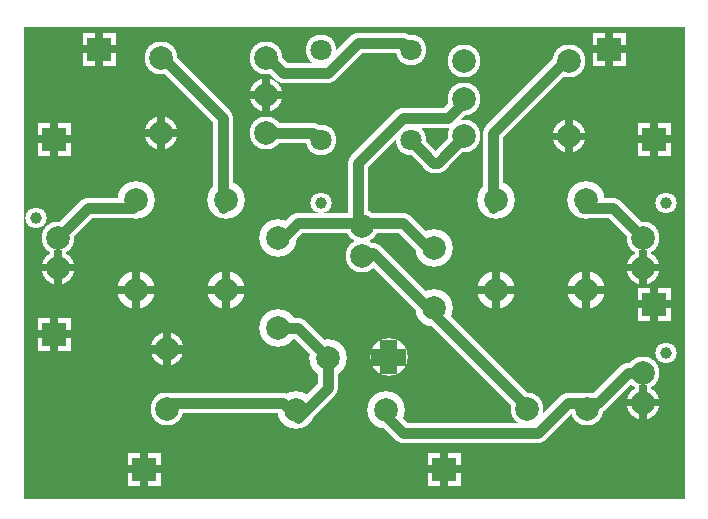
<source format=gbr>
%FSLAX34Y34*%
%MOMM*%
%LNCOPPER_BOTTOM*%
G71*
G01*
%ADD10C,2.800*%
%ADD11C,3.200*%
%ADD12C,2.800*%
%ADD13C,1.700*%
%ADD14C,2.600*%
%ADD15C,1.800*%
%ADD16C,0.680*%
%ADD17C,1.467*%
%ADD18C,0.667*%
%ADD19C,2.000*%
%ADD20C,2.000*%
%ADD21C,0.900*%
%ADD22C,1.000*%
%ADD23C,4.300*%
%LPD*%
G36*
X0Y400000D02*
X560000Y400000D01*
X560000Y0D01*
X0Y0D01*
X0Y400000D01*
G37*
%LPC*%
X285750Y231850D02*
G54D10*
D03*
X285750Y206450D02*
G54D10*
D03*
X120650Y126950D02*
G54D10*
D03*
X120650Y76150D02*
G54D10*
D03*
X425450Y76150D02*
G54D10*
D03*
X476250Y76150D02*
G54D10*
D03*
X215317Y221716D02*
G54D11*
D03*
X215267Y145466D02*
G54D11*
D03*
X215317Y221716D02*
G54D12*
D03*
X347331Y212702D02*
G54D11*
D03*
X347443Y161721D02*
G54D11*
D03*
X347331Y212702D02*
G54D12*
D03*
X308603Y120274D02*
G54D11*
D03*
X257622Y120161D02*
G54D11*
D03*
X308603Y120274D02*
G54D12*
D03*
X306816Y75538D02*
G54D11*
D03*
X230566Y75588D02*
G54D11*
D03*
X306816Y75539D02*
G54D12*
D03*
X94667Y253466D02*
G54D11*
D03*
X94617Y177216D02*
G54D11*
D03*
X94667Y253466D02*
G54D12*
D03*
X170858Y253392D02*
G54D11*
D03*
X94608Y253442D02*
G54D11*
D03*
X170858Y253392D02*
G54D12*
D03*
X170858Y253392D02*
G54D11*
D03*
X170808Y177142D02*
G54D11*
D03*
X170858Y253392D02*
G54D12*
D03*
X399467Y253466D02*
G54D11*
D03*
X399417Y177216D02*
G54D11*
D03*
X399467Y253466D02*
G54D12*
D03*
X475658Y253392D02*
G54D11*
D03*
X399408Y253442D02*
G54D11*
D03*
X475658Y253392D02*
G54D12*
D03*
X475658Y253392D02*
G54D11*
D03*
X475608Y177142D02*
G54D11*
D03*
X475658Y253392D02*
G54D12*
D03*
X29023Y221761D02*
G54D10*
D03*
X29023Y196361D02*
G54D10*
D03*
X524323Y221761D02*
G54D10*
D03*
X524323Y196361D02*
G54D10*
D03*
G54D13*
X524323Y221761D02*
X498923Y247161D01*
X473523Y247161D01*
X475658Y253392D01*
G54D13*
X306816Y75539D02*
X308423Y69361D01*
X321123Y56661D01*
X435423Y56661D01*
X460823Y82061D01*
X473523Y82061D01*
X476250Y76150D01*
G54D13*
X347443Y161721D02*
X346523Y158261D01*
X422723Y82061D01*
X425450Y76150D01*
G54D13*
X347443Y161721D02*
X346523Y158261D01*
X295723Y209061D01*
X283023Y209061D01*
X285750Y206450D01*
G54D13*
X347331Y212702D02*
X346523Y209061D01*
X321123Y234461D01*
X283023Y234461D01*
X285750Y231850D01*
G54D13*
X215317Y221716D02*
X219523Y221761D01*
X232223Y234461D01*
X283023Y234461D01*
X285750Y231850D01*
G54D13*
X257622Y120161D02*
X257623Y120161D01*
X232223Y145561D01*
X219523Y145561D01*
X215267Y145466D01*
G54D13*
X230566Y75588D02*
X232223Y69361D01*
X219523Y82061D01*
X117923Y82061D01*
X120650Y76150D01*
X524323Y107461D02*
G54D10*
D03*
X524323Y82061D02*
G54D10*
D03*
G54D13*
X524323Y107461D02*
X511623Y107461D01*
X486223Y82061D01*
X473523Y82061D01*
X476250Y76150D01*
X327473Y380511D02*
G54D14*
D03*
X251273Y380511D02*
G54D14*
D03*
X327473Y304311D02*
G54D14*
D03*
X327473Y380511D02*
G54D14*
D03*
X251273Y304311D02*
G54D14*
D03*
X327473Y304311D02*
G54D14*
D03*
X251273Y380511D02*
G54D14*
D03*
X251273Y304311D02*
G54D14*
D03*
X116250Y374073D02*
G54D10*
D03*
X116250Y310573D02*
G54D10*
D03*
X205150Y374073D02*
G54D10*
D03*
X205150Y342323D02*
G54D10*
D03*
X205150Y310573D02*
G54D10*
D03*
X461690Y307280D02*
G54D10*
D03*
X461690Y370780D02*
G54D10*
D03*
X372790Y307280D02*
G54D10*
D03*
X372790Y339030D02*
G54D10*
D03*
X372790Y370780D02*
G54D10*
D03*
G54D13*
X29023Y221761D02*
X54423Y247161D01*
X92523Y247161D01*
X94608Y253442D01*
G54D13*
X116250Y374073D02*
X117923Y374161D01*
X168723Y323361D01*
X168723Y247161D01*
X170858Y253392D01*
G54D13*
X205150Y310573D02*
X206823Y310661D01*
X244923Y310661D01*
X251273Y304311D01*
G54D13*
X205150Y374073D02*
X206823Y374161D01*
X219523Y361461D01*
X257623Y361461D01*
X283023Y386861D01*
X321123Y386861D01*
X327473Y380511D01*
G54D13*
X372790Y339030D02*
X371923Y336061D01*
X359223Y323361D01*
X321123Y323361D01*
X283023Y285261D01*
X283023Y234461D01*
X285750Y231850D01*
G54D13*
X461690Y370780D02*
X460823Y374161D01*
X397323Y310661D01*
X397323Y247161D01*
X399408Y253442D01*
G54D13*
X230566Y75588D02*
X232223Y69361D01*
X257623Y94761D01*
X257623Y120161D01*
X257622Y120161D01*
G54D13*
X327473Y304311D02*
X346523Y285261D01*
X350771Y285261D01*
X372790Y307280D01*
X543700Y250610D02*
G54D15*
D03*
X543700Y123610D02*
G54D15*
D03*
X10300Y237910D02*
G54D15*
D03*
X251600Y250610D02*
G54D15*
D03*
G36*
X87600Y39400D02*
X115600Y39400D01*
X115600Y11400D01*
X87600Y11400D01*
X87600Y39400D01*
G37*
G36*
X341600Y39400D02*
X369600Y39400D01*
X369600Y11400D01*
X341600Y11400D01*
X341600Y39400D01*
G37*
G36*
X49500Y395000D02*
X77500Y395000D01*
X77500Y367000D01*
X49500Y367000D01*
X49500Y395000D01*
G37*
G36*
X481300Y395000D02*
X509300Y395000D01*
X509300Y367000D01*
X481300Y367000D01*
X481300Y395000D01*
G37*
G36*
X11400Y153700D02*
X39400Y153700D01*
X39400Y125700D01*
X11400Y125700D01*
X11400Y153700D01*
G37*
G36*
X11400Y318800D02*
X39400Y318800D01*
X39400Y290800D01*
X11400Y290800D01*
X11400Y318800D01*
G37*
G36*
X519400Y318800D02*
X547400Y318800D01*
X547400Y290800D01*
X519400Y290800D01*
X519400Y318800D01*
G37*
G36*
X519400Y179100D02*
X547400Y179100D01*
X547400Y151100D01*
X519400Y151100D01*
X519400Y179100D01*
G37*
%LPD*%
G54D16*
G36*
X120650Y130350D02*
X135150Y130350D01*
X135150Y123550D01*
X120650Y123550D01*
X120650Y130350D01*
G37*
G36*
X124050Y126950D02*
X124050Y112450D01*
X117250Y112450D01*
X117250Y126950D01*
X124050Y126950D01*
G37*
G36*
X120650Y123550D02*
X106150Y123550D01*
X106150Y130350D01*
X120650Y130350D01*
X120650Y123550D01*
G37*
G36*
X117250Y126950D02*
X117250Y141450D01*
X124050Y141450D01*
X124050Y126950D01*
X117250Y126950D01*
G37*
G54D17*
G36*
X301270Y120274D02*
X301270Y134774D01*
X315936Y134774D01*
X315936Y120274D01*
X301270Y120274D01*
G37*
G36*
X308603Y127607D02*
X323103Y127607D01*
X323103Y112940D01*
X308603Y112940D01*
X308603Y127607D01*
G37*
G36*
X315936Y120274D02*
X315936Y105774D01*
X301270Y105774D01*
X301270Y120274D01*
X315936Y120274D01*
G37*
G36*
X308603Y112940D02*
X294103Y112940D01*
X294103Y127607D01*
X308603Y127607D01*
X308603Y112940D01*
G37*
G54D18*
G36*
X94617Y180549D02*
X111117Y180549D01*
X111117Y173883D01*
X94617Y173883D01*
X94617Y180549D01*
G37*
G36*
X97950Y177216D02*
X97950Y160716D01*
X91284Y160716D01*
X91284Y177216D01*
X97950Y177216D01*
G37*
G36*
X94617Y173883D02*
X78117Y173883D01*
X78117Y180549D01*
X94617Y180549D01*
X94617Y173883D01*
G37*
G36*
X91284Y177216D02*
X91284Y193716D01*
X97950Y193716D01*
X97950Y177216D01*
X91284Y177216D01*
G37*
G54D16*
G36*
X170808Y180542D02*
X187308Y180542D01*
X187308Y173742D01*
X170808Y173742D01*
X170808Y180542D01*
G37*
G36*
X174208Y177142D02*
X174208Y160642D01*
X167408Y160642D01*
X167408Y177142D01*
X174208Y177142D01*
G37*
G36*
X170808Y173742D02*
X154308Y173742D01*
X154308Y180542D01*
X170808Y180542D01*
X170808Y173742D01*
G37*
G36*
X167408Y177142D02*
X167408Y193642D01*
X174208Y193642D01*
X174208Y177142D01*
X167408Y177142D01*
G37*
G54D18*
G36*
X399417Y180549D02*
X415917Y180549D01*
X415917Y173883D01*
X399417Y173883D01*
X399417Y180549D01*
G37*
G36*
X402750Y177216D02*
X402750Y160716D01*
X396084Y160716D01*
X396084Y177216D01*
X402750Y177216D01*
G37*
G36*
X399417Y173883D02*
X382917Y173883D01*
X382917Y180549D01*
X399417Y180549D01*
X399417Y173883D01*
G37*
G36*
X396084Y177216D02*
X396084Y193716D01*
X402750Y193716D01*
X402750Y177216D01*
X396084Y177216D01*
G37*
G54D16*
G36*
X475608Y180542D02*
X492108Y180542D01*
X492108Y173742D01*
X475608Y173742D01*
X475608Y180542D01*
G37*
G36*
X479008Y177142D02*
X479008Y160642D01*
X472208Y160642D01*
X472208Y177142D01*
X479008Y177142D01*
G37*
G36*
X475608Y173742D02*
X459108Y173742D01*
X459108Y180542D01*
X475608Y180542D01*
X475608Y173742D01*
G37*
G36*
X472208Y177142D02*
X472208Y193642D01*
X479008Y193642D01*
X479008Y177142D01*
X472208Y177142D01*
G37*
G54D18*
G36*
X25690Y196361D02*
X25690Y210861D01*
X32356Y210861D01*
X32356Y196361D01*
X25690Y196361D01*
G37*
G36*
X29023Y199694D02*
X43523Y199694D01*
X43523Y193028D01*
X29023Y193028D01*
X29023Y199694D01*
G37*
G36*
X32356Y196361D02*
X32356Y181861D01*
X25690Y181861D01*
X25690Y196361D01*
X32356Y196361D01*
G37*
G36*
X29023Y193028D02*
X14523Y193028D01*
X14523Y199694D01*
X29023Y199694D01*
X29023Y193028D01*
G37*
G54D18*
G36*
X520990Y196361D02*
X520990Y210861D01*
X527656Y210861D01*
X527656Y196361D01*
X520990Y196361D01*
G37*
G36*
X524323Y199694D02*
X538823Y199694D01*
X538823Y193028D01*
X524323Y193028D01*
X524323Y199694D01*
G37*
G36*
X527656Y196361D02*
X527656Y181861D01*
X520990Y181861D01*
X520990Y196361D01*
X527656Y196361D01*
G37*
G36*
X524323Y193028D02*
X509823Y193028D01*
X509823Y199694D01*
X524323Y199694D01*
X524323Y193028D01*
G37*
G54D18*
G36*
X520990Y82061D02*
X520990Y96561D01*
X527656Y96561D01*
X527656Y82061D01*
X520990Y82061D01*
G37*
G36*
X524323Y85394D02*
X538823Y85394D01*
X538823Y78728D01*
X524323Y78728D01*
X524323Y85394D01*
G37*
G36*
X527656Y82061D02*
X527656Y67561D01*
X520990Y67561D01*
X520990Y82061D01*
X527656Y82061D01*
G37*
G36*
X524323Y78728D02*
X509823Y78728D01*
X509823Y85394D01*
X524323Y85394D01*
X524323Y78728D01*
G37*
G54D18*
G36*
X112917Y310573D02*
X112917Y325073D01*
X119583Y325073D01*
X119583Y310573D01*
X112917Y310573D01*
G37*
G36*
X116250Y313906D02*
X130750Y313906D01*
X130750Y307240D01*
X116250Y307240D01*
X116250Y313906D01*
G37*
G36*
X119583Y310573D02*
X119583Y296073D01*
X112917Y296073D01*
X112917Y310573D01*
X119583Y310573D01*
G37*
G36*
X116250Y307240D02*
X101750Y307240D01*
X101750Y313906D01*
X116250Y313906D01*
X116250Y307240D01*
G37*
G54D18*
G36*
X201817Y342323D02*
X201817Y356823D01*
X208483Y356823D01*
X208483Y342323D01*
X201817Y342323D01*
G37*
G36*
X205150Y345656D02*
X219650Y345656D01*
X219650Y338990D01*
X205150Y338990D01*
X205150Y345656D01*
G37*
G36*
X208483Y342323D02*
X208483Y327823D01*
X201817Y327823D01*
X201817Y342323D01*
X208483Y342323D01*
G37*
G36*
X205150Y338990D02*
X190650Y338990D01*
X190650Y345656D01*
X205150Y345656D01*
X205150Y338990D01*
G37*
G54D18*
G36*
X465023Y307280D02*
X465023Y292780D01*
X458357Y292780D01*
X458357Y307280D01*
X465023Y307280D01*
G37*
G36*
X461690Y303947D02*
X447190Y303947D01*
X447190Y310613D01*
X461690Y310613D01*
X461690Y303947D01*
G37*
G36*
X458357Y307280D02*
X458357Y321780D01*
X465023Y321780D01*
X465023Y307280D01*
X458357Y307280D01*
G37*
G36*
X461690Y310613D02*
X476190Y310613D01*
X476190Y303947D01*
X461690Y303947D01*
X461690Y310613D01*
G37*
G54D18*
G36*
X98267Y25400D02*
X98267Y39900D01*
X104933Y39900D01*
X104933Y25400D01*
X98267Y25400D01*
G37*
G36*
X101600Y28733D02*
X116100Y28733D01*
X116100Y22067D01*
X101600Y22067D01*
X101600Y28733D01*
G37*
G36*
X104933Y25400D02*
X104933Y10900D01*
X98267Y10900D01*
X98267Y25400D01*
X104933Y25400D01*
G37*
G36*
X101600Y22067D02*
X87100Y22067D01*
X87100Y28733D01*
X101600Y28733D01*
X101600Y22067D01*
G37*
G54D18*
G36*
X352267Y25400D02*
X352267Y39900D01*
X358933Y39900D01*
X358933Y25400D01*
X352267Y25400D01*
G37*
G36*
X355600Y28733D02*
X370100Y28733D01*
X370100Y22067D01*
X355600Y22067D01*
X355600Y28733D01*
G37*
G36*
X358933Y25400D02*
X358933Y10900D01*
X352267Y10900D01*
X352267Y25400D01*
X358933Y25400D01*
G37*
G36*
X355600Y22067D02*
X341100Y22067D01*
X341100Y28733D01*
X355600Y28733D01*
X355600Y22067D01*
G37*
G54D18*
G36*
X60167Y381000D02*
X60167Y395500D01*
X66833Y395500D01*
X66833Y381000D01*
X60167Y381000D01*
G37*
G36*
X63500Y384333D02*
X78000Y384333D01*
X78000Y377667D01*
X63500Y377667D01*
X63500Y384333D01*
G37*
G36*
X66833Y381000D02*
X66833Y366500D01*
X60167Y366500D01*
X60167Y381000D01*
X66833Y381000D01*
G37*
G36*
X63500Y377667D02*
X49000Y377667D01*
X49000Y384333D01*
X63500Y384333D01*
X63500Y377667D01*
G37*
G54D18*
G36*
X491967Y381000D02*
X491967Y395500D01*
X498633Y395500D01*
X498633Y381000D01*
X491967Y381000D01*
G37*
G36*
X495300Y384333D02*
X509800Y384333D01*
X509800Y377667D01*
X495300Y377667D01*
X495300Y384333D01*
G37*
G36*
X498633Y381000D02*
X498633Y366500D01*
X491967Y366500D01*
X491967Y381000D01*
X498633Y381000D01*
G37*
G36*
X495300Y377667D02*
X480800Y377667D01*
X480800Y384333D01*
X495300Y384333D01*
X495300Y377667D01*
G37*
G54D18*
G36*
X22067Y139700D02*
X22067Y154200D01*
X28733Y154200D01*
X28733Y139700D01*
X22067Y139700D01*
G37*
G36*
X25400Y143033D02*
X39900Y143033D01*
X39900Y136367D01*
X25400Y136367D01*
X25400Y143033D01*
G37*
G36*
X28733Y139700D02*
X28733Y125200D01*
X22067Y125200D01*
X22067Y139700D01*
X28733Y139700D01*
G37*
G36*
X25400Y136367D02*
X10900Y136367D01*
X10900Y143033D01*
X25400Y143033D01*
X25400Y136367D01*
G37*
G54D18*
G36*
X22067Y304800D02*
X22067Y319300D01*
X28733Y319300D01*
X28733Y304800D01*
X22067Y304800D01*
G37*
G36*
X25400Y308133D02*
X39900Y308133D01*
X39900Y301467D01*
X25400Y301467D01*
X25400Y308133D01*
G37*
G36*
X28733Y304800D02*
X28733Y290300D01*
X22067Y290300D01*
X22067Y304800D01*
X28733Y304800D01*
G37*
G36*
X25400Y301467D02*
X10900Y301467D01*
X10900Y308133D01*
X25400Y308133D01*
X25400Y301467D01*
G37*
G54D18*
G36*
X530067Y304800D02*
X530067Y319300D01*
X536733Y319300D01*
X536733Y304800D01*
X530067Y304800D01*
G37*
G36*
X533400Y308133D02*
X547900Y308133D01*
X547900Y301467D01*
X533400Y301467D01*
X533400Y308133D01*
G37*
G36*
X536733Y304800D02*
X536733Y290300D01*
X530067Y290300D01*
X530067Y304800D01*
X536733Y304800D01*
G37*
G36*
X533400Y301467D02*
X518900Y301467D01*
X518900Y308133D01*
X533400Y308133D01*
X533400Y301467D01*
G37*
G54D18*
G36*
X530067Y165100D02*
X530067Y179600D01*
X536733Y179600D01*
X536733Y165100D01*
X530067Y165100D01*
G37*
G36*
X533400Y168433D02*
X547900Y168433D01*
X547900Y161767D01*
X533400Y161767D01*
X533400Y168433D01*
G37*
G36*
X536733Y165100D02*
X536733Y150600D01*
X530067Y150600D01*
X530067Y165100D01*
X536733Y165100D01*
G37*
G36*
X533400Y161767D02*
X518900Y161767D01*
X518900Y168433D01*
X533400Y168433D01*
X533400Y161767D01*
G37*
X285750Y231850D02*
G54D19*
D03*
X285750Y206450D02*
G54D19*
D03*
X120650Y126950D02*
G54D19*
D03*
X120650Y76150D02*
G54D19*
D03*
X425450Y76150D02*
G54D19*
D03*
X476250Y76150D02*
G54D19*
D03*
X215317Y221716D02*
G54D19*
D03*
X215267Y145466D02*
G54D19*
D03*
X215317Y221716D02*
G54D20*
D03*
X347331Y212702D02*
G54D19*
D03*
X347443Y161721D02*
G54D19*
D03*
X347331Y212702D02*
G54D20*
D03*
X308603Y120274D02*
G54D19*
D03*
X257622Y120161D02*
G54D19*
D03*
X308603Y120274D02*
G54D20*
D03*
X306816Y75538D02*
G54D19*
D03*
X230566Y75588D02*
G54D19*
D03*
X306816Y75539D02*
G54D20*
D03*
X94667Y253466D02*
G54D19*
D03*
X94617Y177216D02*
G54D19*
D03*
X94667Y253466D02*
G54D20*
D03*
X170858Y253392D02*
G54D19*
D03*
X94608Y253442D02*
G54D19*
D03*
X170858Y253392D02*
G54D20*
D03*
X170858Y253392D02*
G54D19*
D03*
X170808Y177142D02*
G54D19*
D03*
X170858Y253392D02*
G54D20*
D03*
X399467Y253466D02*
G54D19*
D03*
X399417Y177216D02*
G54D19*
D03*
X399467Y253466D02*
G54D20*
D03*
X475658Y253392D02*
G54D19*
D03*
X399408Y253442D02*
G54D19*
D03*
X475658Y253392D02*
G54D20*
D03*
X475658Y253392D02*
G54D19*
D03*
X475608Y177142D02*
G54D19*
D03*
X475658Y253392D02*
G54D20*
D03*
X29023Y221761D02*
G54D19*
D03*
X29023Y196361D02*
G54D19*
D03*
X524323Y221761D02*
G54D19*
D03*
X524323Y196361D02*
G54D19*
D03*
G54D21*
X524323Y221761D02*
X498923Y247161D01*
X473523Y247161D01*
X475658Y253392D01*
G54D21*
X306816Y75539D02*
X308423Y69361D01*
X321123Y56661D01*
X435423Y56661D01*
X460823Y82061D01*
X473523Y82061D01*
X476250Y76150D01*
G54D21*
X347443Y161721D02*
X346523Y158261D01*
X422723Y82061D01*
X425450Y76150D01*
G54D21*
X347443Y161721D02*
X346523Y158261D01*
X295723Y209061D01*
X283023Y209061D01*
X285750Y206450D01*
G54D21*
X347331Y212702D02*
X346523Y209061D01*
X321123Y234461D01*
X283023Y234461D01*
X285750Y231850D01*
G54D21*
X215317Y221716D02*
X219523Y221761D01*
X232223Y234461D01*
X283023Y234461D01*
X285750Y231850D01*
G54D21*
X257622Y120161D02*
X257623Y120161D01*
X232223Y145561D01*
X219523Y145561D01*
X215267Y145466D01*
G54D21*
X230566Y75588D02*
X232223Y69361D01*
X219523Y82061D01*
X117923Y82061D01*
X120650Y76150D01*
X524323Y107461D02*
G54D19*
D03*
X524323Y82061D02*
G54D19*
D03*
G54D21*
X524323Y107461D02*
X511623Y107461D01*
X486223Y82061D01*
X473523Y82061D01*
X476250Y76150D01*
X327473Y380511D02*
G54D15*
D03*
X251273Y380511D02*
G54D15*
D03*
X327473Y304311D02*
G54D15*
D03*
X327473Y380511D02*
G54D15*
D03*
X251273Y304311D02*
G54D15*
D03*
X327473Y304311D02*
G54D15*
D03*
X251273Y380511D02*
G54D15*
D03*
X251273Y304311D02*
G54D15*
D03*
X116250Y374073D02*
G54D19*
D03*
X116250Y310573D02*
G54D19*
D03*
X205150Y374073D02*
G54D19*
D03*
X205150Y342323D02*
G54D19*
D03*
X205150Y310573D02*
G54D19*
D03*
X461690Y307280D02*
G54D19*
D03*
X461690Y370780D02*
G54D19*
D03*
X372790Y307280D02*
G54D19*
D03*
X372790Y339030D02*
G54D19*
D03*
X372790Y370780D02*
G54D19*
D03*
G54D21*
X29023Y221761D02*
X54423Y247161D01*
X92523Y247161D01*
X94608Y253442D01*
G54D21*
X116250Y374073D02*
X117923Y374161D01*
X168723Y323361D01*
X168723Y247161D01*
X170858Y253392D01*
G54D21*
X205150Y310573D02*
X206823Y310661D01*
X244923Y310661D01*
X251273Y304311D01*
G54D21*
X205150Y374073D02*
X206823Y374161D01*
X219523Y361461D01*
X257623Y361461D01*
X283023Y386861D01*
X321123Y386861D01*
X327473Y380511D01*
G54D21*
X372790Y339030D02*
X371923Y336061D01*
X359223Y323361D01*
X321123Y323361D01*
X283023Y285261D01*
X283023Y234461D01*
X285750Y231850D01*
G54D21*
X461690Y370780D02*
X460823Y374161D01*
X397323Y310661D01*
X397323Y247161D01*
X399408Y253442D01*
G54D21*
X230566Y75588D02*
X232223Y69361D01*
X257623Y94761D01*
X257623Y120161D01*
X257622Y120161D01*
G54D21*
X327473Y304311D02*
X346523Y285261D01*
X350771Y285261D01*
X372790Y307280D01*
X543700Y250610D02*
G54D22*
D03*
X543700Y123610D02*
G54D22*
D03*
X10300Y237910D02*
G54D22*
D03*
X251600Y250610D02*
G54D22*
D03*
X25400Y31700D02*
G54D23*
D03*
G36*
X91600Y35400D02*
X111600Y35400D01*
X111600Y15400D01*
X91600Y15400D01*
X91600Y35400D01*
G37*
X533400Y31700D02*
G54D23*
D03*
G36*
X345600Y35400D02*
X365600Y35400D01*
X365600Y15400D01*
X345600Y15400D01*
X345600Y35400D01*
G37*
X25400Y361900D02*
G54D23*
D03*
X533400Y361900D02*
G54D23*
D03*
G36*
X53500Y391000D02*
X73500Y391000D01*
X73500Y371000D01*
X53500Y371000D01*
X53500Y391000D01*
G37*
G36*
X485300Y391000D02*
X505300Y391000D01*
X505300Y371000D01*
X485300Y371000D01*
X485300Y391000D01*
G37*
G36*
X15400Y149700D02*
X35400Y149700D01*
X35400Y129700D01*
X15400Y129700D01*
X15400Y149700D01*
G37*
G36*
X15400Y314800D02*
X35400Y314800D01*
X35400Y294800D01*
X15400Y294800D01*
X15400Y314800D01*
G37*
G36*
X523400Y314800D02*
X543400Y314800D01*
X543400Y294800D01*
X523400Y294800D01*
X523400Y314800D01*
G37*
G36*
X523400Y175100D02*
X543400Y175100D01*
X543400Y155100D01*
X523400Y155100D01*
X523400Y175100D01*
G37*
M02*

</source>
